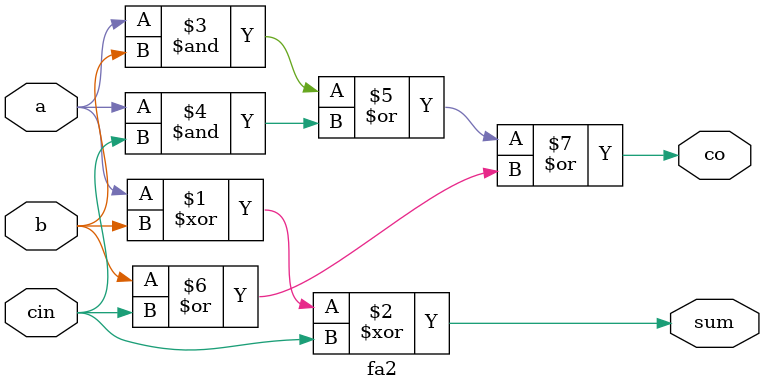
<source format=v>
module fa2(a,b,cin,sum,co);
input a,b,cin;
output sum,co;
assign sum=a^b^cin;
assign co=(a&b)|(a&cin)|(b|cin);
endmodule

</source>
